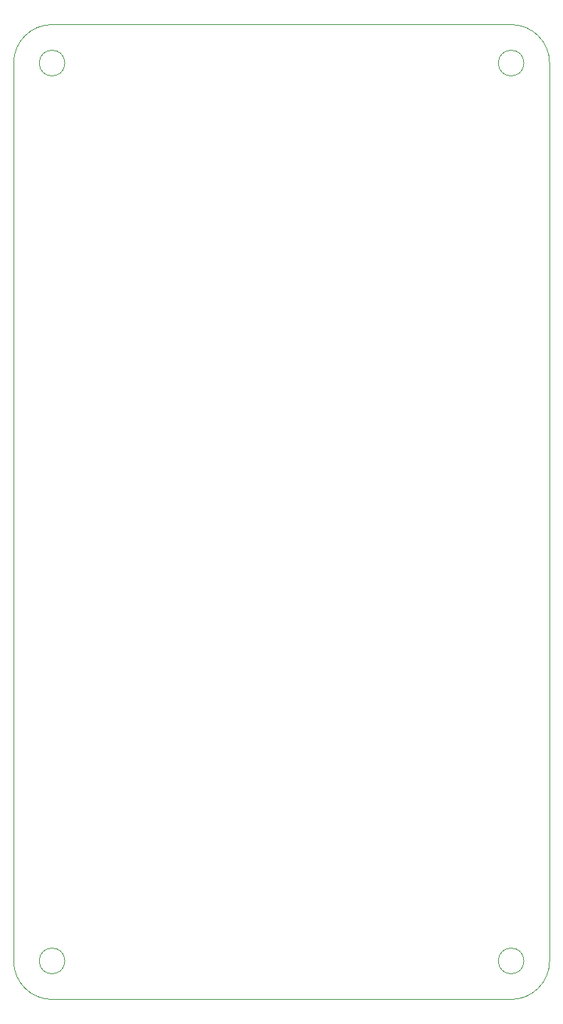
<source format=gm1>
%TF.GenerationSoftware,KiCad,Pcbnew,7.0.11*%
%TF.CreationDate,2024-05-22T12:52:35-06:00*%
%TF.ProjectId,H_Bridge,485f4272-6964-4676-952e-6b696361645f,rev?*%
%TF.SameCoordinates,Original*%
%TF.FileFunction,Profile,NP*%
%FSLAX46Y46*%
G04 Gerber Fmt 4.6, Leading zero omitted, Abs format (unit mm)*
G04 Created by KiCad (PCBNEW 7.0.11) date 2024-05-22 12:52:35*
%MOMM*%
%LPD*%
G01*
G04 APERTURE LIST*
%TA.AperFunction,Profile*%
%ADD10C,0.050000*%
%TD*%
G04 APERTURE END LIST*
D10*
X132334000Y-36068000D02*
X186944000Y-36068000D01*
X188468000Y-147320000D02*
G75*
G03*
X185420000Y-147320000I-1524000J0D01*
G01*
X185420000Y-147320000D02*
G75*
G03*
X188468000Y-147320000I1524000J0D01*
G01*
X191516000Y-40640000D02*
G75*
G03*
X186944000Y-36068000I-4572000J0D01*
G01*
X127762000Y-147320000D02*
X127762000Y-40640000D01*
X132334000Y-36068000D02*
G75*
G03*
X127762000Y-40640000I0J-4572000D01*
G01*
X133858000Y-40640000D02*
G75*
G03*
X130810000Y-40640000I-1524000J0D01*
G01*
X130810000Y-40640000D02*
G75*
G03*
X133858000Y-40640000I1524000J0D01*
G01*
X186944000Y-151892000D02*
X132334000Y-151892000D01*
X133858000Y-147320000D02*
G75*
G03*
X130810000Y-147320000I-1524000J0D01*
G01*
X130810000Y-147320000D02*
G75*
G03*
X133858000Y-147320000I1524000J0D01*
G01*
X191516000Y-40640000D02*
X191516000Y-147320000D01*
X188468000Y-40640000D02*
G75*
G03*
X185420000Y-40640000I-1524000J0D01*
G01*
X185420000Y-40640000D02*
G75*
G03*
X188468000Y-40640000I1524000J0D01*
G01*
X186944000Y-151892000D02*
G75*
G03*
X191516000Y-147320000I0J4572000D01*
G01*
X127762000Y-147320000D02*
G75*
G03*
X132334000Y-151892000I4572000J0D01*
G01*
M02*

</source>
